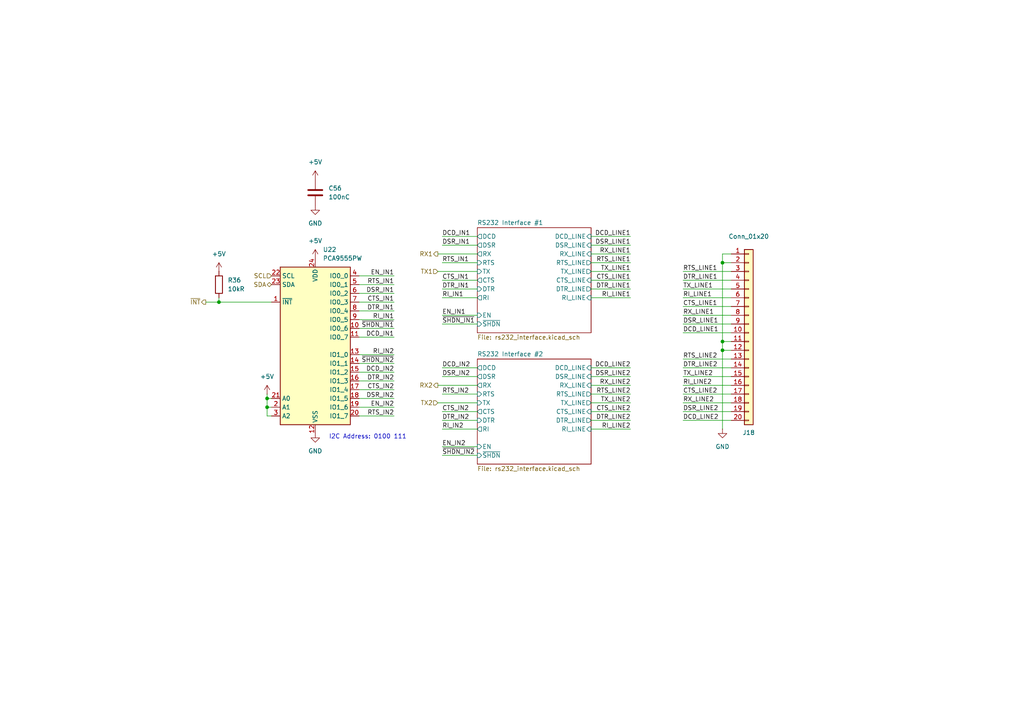
<source format=kicad_sch>
(kicad_sch (version 20250114) (generator "eeschema") (generator_version "9.0")
  (paper "A4")
  (lib_symbols
    (symbol "Connector_Generic:Conn_01x20" (pin_names (offset 1.016) (hide yes))
      (property "Reference" "J" (at 0 25.4 0))
      (property "Value" "Conn_01x20" (at 0 -27.94 0))
      (symbol "Conn_01x20_1_1"
        (rectangle (start -1.27 24.13) (end 1.27 -26.67) (stroke (width 0.254)) (fill (type background)))
        (rectangle (start -1.27 22.987) (end 0 22.733) (stroke (width 0.1524)))
        (rectangle (start -1.27 20.447) (end 0 20.193) (stroke (width 0.1524)))
        (rectangle (start -1.27 17.907) (end 0 17.653) (stroke (width 0.1524)))
        (rectangle (start -1.27 15.367) (end 0 15.113) (stroke (width 0.1524)))
        (rectangle (start -1.27 12.827) (end 0 12.573) (stroke (width 0.1524)))
        (rectangle (start -1.27 10.287) (end 0 10.033) (stroke (width 0.1524)))
        (rectangle (start -1.27 7.747) (end 0 7.493) (stroke (width 0.1524)))
        (rectangle (start -1.27 5.207) (end 0 4.953) (stroke (width 0.1524)))
        (rectangle (start -1.27 2.667) (end 0 2.413) (stroke (width 0.1524)))
        (rectangle (start -1.27 0.127) (end 0 -0.127) (stroke (width 0.1524)))
        (rectangle (start -1.27 -2.413) (end 0 -2.667) (stroke (width 0.1524)))
        (rectangle (start -1.27 -4.953) (end 0 -5.207) (stroke (width 0.1524)))
        (rectangle (start -1.27 -7.493) (end 0 -7.747) (stroke (width 0.1524)))
        (rectangle (start -1.27 -10.033) (end 0 -10.287) (stroke (width 0.1524)))
        (rectangle (start -1.27 -12.573) (end 0 -12.827) (stroke (width 0.1524)))
        (rectangle (start -1.27 -15.113) (end 0 -15.367) (stroke (width 0.1524)))
        (rectangle (start -1.27 -17.653) (end 0 -17.907) (stroke (width 0.1524)))
        (rectangle (start -1.27 -20.193) (end 0 -20.447) (stroke (width 0.1524)))
        (rectangle (start -1.27 -22.733) (end 0 -22.987) (stroke (width 0.1524)))
        (rectangle (start -1.27 -25.273) (end 0 -25.527) (stroke (width 0.1524)))
        (pin passive line (at -5.08 22.86 0) (length 3.81) (name "Pin_1") (number "1"))
        (pin passive line (at -5.08 20.32 0) (length 3.81) (name "Pin_2") (number "2"))
        (pin passive line (at -5.08 17.78 0) (length 3.81) (name "Pin_3") (number "3"))
        (pin passive line (at -5.08 15.24 0) (length 3.81) (name "Pin_4") (number "4"))
        (pin passive line (at -5.08 12.7 0) (length 3.81) (name "Pin_5") (number "5"))
        (pin passive line (at -5.08 10.16 0) (length 3.81) (name "Pin_6") (number "6"))
        (pin passive line (at -5.08 7.62 0) (length 3.81) (name "Pin_7") (number "7"))
        (pin passive line (at -5.08 5.08 0) (length 3.81) (name "Pin_8") (number "8"))
        (pin passive line (at -5.08 2.54 0) (length 3.81) (name "Pin_9") (number "9"))
        (pin passive line (at -5.08 0 0) (length 3.81) (name "Pin_10") (number "10"))
        (pin passive line (at -5.08 -2.54 0) (length 3.81) (name "Pin_11") (number "11"))
        (pin passive line (at -5.08 -5.08 0) (length 3.81) (name "Pin_12") (number "12"))
        (pin passive line (at -5.08 -7.62 0) (length 3.81) (name "Pin_13") (number "13"))
        (pin passive line (at -5.08 -10.16 0) (length 3.81) (name "Pin_14") (number "14"))
        (pin passive line (at -5.08 -12.7 0) (length 3.81) (name "Pin_15") (number "15"))
        (pin passive line (at -5.08 -15.24 0) (length 3.81) (name "Pin_16") (number "16"))
        (pin passive line (at -5.08 -17.78 0) (length 3.81) (name "Pin_17") (number "17"))
        (pin passive line (at -5.08 -20.32 0) (length 3.81) (name "Pin_18") (number "18"))
        (pin passive line (at -5.08 -22.86 0) (length 3.81) (name "Pin_19") (number "19"))
        (pin passive line (at -5.08 -25.4 0) (length 3.81) (name "Pin_20") (number "20"))
      )
    )
    (symbol "Device:C" (pin_numbers (hide yes)) (pin_names (offset 0.254))
      (property "Reference" "C" (at 0.635 2.54 0))
      (property "Value" "C" (at 0.635 -2.54 0))
      (symbol "C_0_1"
        (polyline (pts (xy -2.032 0.762) (xy 2.032 0.762)) (stroke (width 0.508)))
        (polyline (pts (xy -2.032 -0.762) (xy 2.032 -0.762)) (stroke (width 0.508)))
      )
      (symbol "C_1_1"
        (pin passive line (at 0 3.81 270) (length 2.794) (name "~") (number "1"))
        (pin passive line (at 0 -3.81 90) (length 2.794) (name "~") (number "2"))
      )
    )
    (symbol "Device:R" (pin_numbers (hide yes)) (pin_names (offset 0))
      (property "Reference" "R" (at 2.032 0 90))
      (property "Value" "R" (at 0 0 90))
      (symbol "R_0_1"
        (rectangle (start -1.016 -2.54) (end 1.016 2.54) (stroke (width 0.254)))
      )
      (symbol "R_1_1"
        (pin passive line (at 0 3.81 270) (length 1.27) (name "~") (number "1"))
        (pin passive line (at 0 -3.81 90) (length 1.27) (name "~") (number "2"))
      )
    )
    (symbol "Interface_Expansion:PCA9555PW"
      (property "Reference" "U" (at -8.89 24.13 0))
      (property "Value" "PCA9555PW" (at 6.35 24.13 0))
      (symbol "PCA9555PW_0_1"
        (rectangle (start -10.16 22.86) (end 10.16 -22.86) (stroke (width 0.254)) (fill (type background)))
      )
      (symbol "PCA9555PW_1_1"
        (pin input line (at -12.7 20.32 0) (length 2.54) (name "SCL") (number "22"))
        (pin bidirectional line (at -12.7 17.78 0) (length 2.54) (name "SDA") (number "23"))
        (pin open_collector line (at -12.7 12.7 0) (length 2.54) (name "~{INT}") (number "1"))
        (pin input line (at -12.7 -15.24 0) (length 2.54) (name "A0") (number "21"))
        (pin input line (at -12.7 -17.78 0) (length 2.54) (name "A1") (number "2"))
        (pin input line (at -12.7 -20.32 0) (length 2.54) (name "A2") (number "3"))
        (pin power_in line (at 0 25.4 270) (length 2.54) (name "VDD") (number "24"))
        (pin power_in line (at 0 -25.4 90) (length 2.54) (name "VSS") (number "12"))
        (pin bidirectional line (at 12.7 20.32 180) (length 2.54) (name "IO0_0") (number "4"))
        (pin bidirectional line (at 12.7 17.78 180) (length 2.54) (name "IO0_1") (number "5"))
        (pin bidirectional line (at 12.7 15.24 180) (length 2.54) (name "IO0_2") (number "6"))
        (pin bidirectional line (at 12.7 12.7 180) (length 2.54) (name "IO0_3") (number "7"))
        (pin bidirectional line (at 12.7 10.16 180) (length 2.54) (name "IO0_4") (number "8"))
        (pin bidirectional line (at 12.7 7.62 180) (length 2.54) (name "IO0_5") (number "9"))
        (pin bidirectional line (at 12.7 5.08 180) (length 2.54) (name "IO0_6") (number "10"))
        (pin bidirectional line (at 12.7 2.54 180) (length 2.54) (name "IO0_7") (number "11"))
        (pin bidirectional line (at 12.7 -2.54 180) (length 2.54) (name "IO1_0") (number "13"))
        (pin bidirectional line (at 12.7 -5.08 180) (length 2.54) (name "IO1_1") (number "14"))
        (pin bidirectional line (at 12.7 -7.62 180) (length 2.54) (name "IO1_2") (number "15"))
        (pin bidirectional line (at 12.7 -10.16 180) (length 2.54) (name "IO1_3") (number "16"))
        (pin bidirectional line (at 12.7 -12.7 180) (length 2.54) (name "IO1_4") (number "17"))
        (pin bidirectional line (at 12.7 -15.24 180) (length 2.54) (name "IO1_5") (number "18"))
        (pin bidirectional line (at 12.7 -17.78 180) (length 2.54) (name "IO1_6") (number "19"))
        (pin bidirectional line (at 12.7 -20.32 180) (length 2.54) (name "IO1_7") (number "20"))
      )
    )
    (symbol "power:+5V" (power) (pin_numbers (hide yes)) (pin_names (offset 0) (hide yes))
      (property "Value" "+5V" (at 0 3.556 0))
      (symbol "+5V_0_1"
        (polyline (pts (xy -0.762 1.27) (xy 0 2.54)))
        (polyline (pts (xy 0 2.54) (xy 0.762 1.27)))
        (polyline (pts (xy 0 0) (xy 0 2.54)))
      )
      (symbol "+5V_1_1"
        (pin power_in line (at 0 0 90) (length 0) (name "~") (number "1"))
      )
    )
    (symbol "power:GND" (power) (pin_numbers (hide yes)) (pin_names (offset 0) (hide yes))
      (property "Value" "GND" (at 0 -3.81 0))
      (symbol "GND_0_1"
        (polyline (pts (xy 0 0) (xy 0 -1.27) (xy 1.27 -1.27) (xy 0 -2.54) (xy -1.27 -1.27) (xy 0 -1.27)))
      )
      (symbol "GND_1_1"
        (pin power_in line (at 0 0 270) (length 0) (name "~") (number "1"))
      )
    )
  )
  (text "I2C Address: 0100 111" (at 106.68 126.746 0) (effects (font (size 1.27 1.27))))
  (junction (at 63.5 87.63))
  (junction (at 77.47 115.57))
  (junction (at 209.55 99.06))
  (junction (at 77.47 118.11))
  (junction (at 209.55 101.6))
  (junction (at 209.55 76.2))
  (wire (pts (xy 198.12 81.28) (xy 212.09 81.28)))
  (wire (pts (xy 128.27 114.3) (xy 138.43 114.3)))
  (wire (pts (xy 104.14 82.55) (xy 114.3 82.55)))
  (wire (pts (xy 128.27 106.68) (xy 138.43 106.68)))
  (wire (pts (xy 128.27 119.38) (xy 138.43 119.38)))
  (wire (pts (xy 198.12 91.44) (xy 212.09 91.44)))
  (wire (pts (xy 128.27 91.44) (xy 138.43 91.44)))
  (wire (pts (xy 128.27 93.98) (xy 138.43 93.98)))
  (wire (pts (xy 198.12 116.84) (xy 212.09 116.84)))
  (wire (pts (xy 198.12 104.14) (xy 212.09 104.14)))
  (wire (pts (xy 209.55 76.2) (xy 212.09 76.2)))
  (wire (pts (xy 212.09 73.66) (xy 209.55 73.66)))
  (wire (pts (xy 128.27 76.2) (xy 138.43 76.2)))
  (wire (pts (xy 128.27 129.54) (xy 138.43 129.54)))
  (wire (pts (xy 128.27 124.46) (xy 138.43 124.46)))
  (wire (pts (xy 77.47 118.11) (xy 77.47 120.65)))
  (wire (pts (xy 63.5 86.36) (xy 63.5 87.63)))
  (wire (pts (xy 171.45 83.82) (xy 182.88 83.82)))
  (wire (pts (xy 77.47 120.65) (xy 78.74 120.65)))
  (wire (pts (xy 171.45 114.3) (xy 182.88 114.3)))
  (wire (pts (xy 59.69 87.63) (xy 63.5 87.63)))
  (wire (pts (xy 198.12 109.22) (xy 212.09 109.22)))
  (wire (pts (xy 104.14 85.09) (xy 114.3 85.09)))
  (wire (pts (xy 104.14 118.11) (xy 114.3 118.11)))
  (wire (pts (xy 171.45 68.58) (xy 182.88 68.58)))
  (wire (pts (xy 209.55 76.2) (xy 209.55 99.06)))
  (wire (pts (xy 104.14 120.65) (xy 114.3 120.65)))
  (wire (pts (xy 104.14 102.87) (xy 114.3 102.87)))
  (wire (pts (xy 198.12 86.36) (xy 212.09 86.36)))
  (wire (pts (xy 171.45 116.84) (xy 182.88 116.84)))
  (wire (pts (xy 209.55 73.66) (xy 209.55 76.2)))
  (wire (pts (xy 77.47 118.11) (xy 78.74 118.11)))
  (wire (pts (xy 104.14 115.57) (xy 114.3 115.57)))
  (wire (pts (xy 212.09 99.06) (xy 209.55 99.06)))
  (wire (pts (xy 104.14 90.17) (xy 114.3 90.17)))
  (wire (pts (xy 128.27 121.92) (xy 138.43 121.92)))
  (wire (pts (xy 77.47 114.3) (xy 77.47 115.57)))
  (wire (pts (xy 198.12 111.76) (xy 212.09 111.76)))
  (wire (pts (xy 104.14 87.63) (xy 114.3 87.63)))
  (wire (pts (xy 209.55 99.06) (xy 209.55 101.6)))
  (wire (pts (xy 171.45 81.28) (xy 182.88 81.28)))
  (wire (pts (xy 198.12 96.52) (xy 212.09 96.52)))
  (wire (pts (xy 171.45 76.2) (xy 182.88 76.2)))
  (wire (pts (xy 128.27 71.12) (xy 138.43 71.12)))
  (wire (pts (xy 127 111.76) (xy 138.43 111.76)))
  (wire (pts (xy 104.14 105.41) (xy 114.3 105.41)))
  (wire (pts (xy 104.14 110.49) (xy 114.3 110.49)))
  (wire (pts (xy 171.45 124.46) (xy 182.88 124.46)))
  (wire (pts (xy 171.45 109.22) (xy 182.88 109.22)))
  (wire (pts (xy 128.27 109.22) (xy 138.43 109.22)))
  (wire (pts (xy 171.45 106.68) (xy 182.88 106.68)))
  (wire (pts (xy 104.14 95.25) (xy 114.3 95.25)))
  (wire (pts (xy 171.45 119.38) (xy 182.88 119.38)))
  (wire (pts (xy 63.5 87.63) (xy 78.74 87.63)))
  (wire (pts (xy 212.09 101.6) (xy 209.55 101.6)))
  (wire (pts (xy 77.47 115.57) (xy 78.74 115.57)))
  (wire (pts (xy 104.14 80.01) (xy 114.3 80.01)))
  (wire (pts (xy 198.12 78.74) (xy 212.09 78.74)))
  (wire (pts (xy 171.45 111.76) (xy 182.88 111.76)))
  (wire (pts (xy 104.14 107.95) (xy 114.3 107.95)))
  (wire (pts (xy 171.45 121.92) (xy 182.88 121.92)))
  (wire (pts (xy 128.27 83.82) (xy 138.43 83.82)))
  (wire (pts (xy 77.47 115.57) (xy 77.47 118.11)))
  (wire (pts (xy 198.12 114.3) (xy 212.09 114.3)))
  (wire (pts (xy 104.14 113.03) (xy 114.3 113.03)))
  (wire (pts (xy 198.12 93.98) (xy 212.09 93.98)))
  (wire (pts (xy 198.12 121.92) (xy 212.09 121.92)))
  (wire (pts (xy 127 116.84) (xy 138.43 116.84)))
  (wire (pts (xy 171.45 78.74) (xy 182.88 78.74)))
  (wire (pts (xy 171.45 71.12) (xy 182.88 71.12)))
  (wire (pts (xy 104.14 97.79) (xy 114.3 97.79)))
  (wire (pts (xy 171.45 86.36) (xy 182.88 86.36)))
  (wire (pts (xy 127 73.66) (xy 138.43 73.66)))
  (wire (pts (xy 128.27 86.36) (xy 138.43 86.36)))
  (wire (pts (xy 198.12 106.68) (xy 212.09 106.68)))
  (wire (pts (xy 128.27 132.08) (xy 138.43 132.08)))
  (wire (pts (xy 171.45 73.66) (xy 182.88 73.66)))
  (wire (pts (xy 128.27 81.28) (xy 138.43 81.28)))
  (wire (pts (xy 198.12 88.9) (xy 212.09 88.9)))
  (wire (pts (xy 198.12 83.82) (xy 212.09 83.82)))
  (wire (pts (xy 104.14 92.71) (xy 114.3 92.71)))
  (wire (pts (xy 128.27 68.58) (xy 138.43 68.58)))
  (wire (pts (xy 127 78.74) (xy 138.43 78.74)))
  (wire (pts (xy 198.12 119.38) (xy 212.09 119.38)))
  (wire (pts (xy 209.55 101.6) (xy 209.55 124.46)))
  (label "DTR_IN1" (at 128.27 83.82 0))
  (label "EN_IN1" (at 114.3 80.01 180))
  (label "RX_LINE1" (at 182.88 73.66 180))
  (label "EN_IN2" (at 114.3 118.11 180))
  (label "RI_LINE2" (at 198.12 111.76 0))
  (label "DCD_IN1" (at 114.3 97.79 180))
  (label "RTS_LINE1" (at 198.12 78.74 0))
  (label "RI_LINE2" (at 182.88 124.46 180))
  (label "DTR_IN2" (at 128.27 121.92 0))
  (label "RTS_IN2" (at 128.27 114.3 0))
  (label "DSR_LINE1" (at 198.12 93.98 0))
  (label "DSR_IN1" (at 128.27 71.12 0))
  (label "DSR_LINE2" (at 198.12 119.38 0))
  (label "RTS_IN1" (at 114.3 82.55 180))
  (label "RTS_IN2" (at 114.3 120.65 180))
  (label "TX_LINE2" (at 182.88 116.84 180))
  (label "RTS_LINE2" (at 198.12 104.14 0))
  (label "DCD_LINE1" (at 198.12 96.52 0))
  (label "~{SHDN_IN2}" (at 128.27 132.08 0))
  (label "DTR_IN2" (at 114.3 110.49 180))
  (label "DTR_LINE1" (at 198.12 81.28 0))
  (label "DTR_LINE1" (at 182.88 83.82 180))
  (label "EN_IN1" (at 128.27 91.44 0))
  (label "DSR_LINE1" (at 182.88 71.12 180))
  (label "CTS_IN2" (at 114.3 113.03 180))
  (label "CTS_IN1" (at 114.3 87.63 180))
  (label "DCD_LINE1" (at 182.88 68.58 180))
  (label "DSR_IN2" (at 114.3 115.57 180))
  (label "TX_LINE1" (at 182.88 78.74 180))
  (label "DCD_IN1" (at 128.27 68.58 0))
  (label "RI_IN2" (at 128.27 124.46 0))
  (label "CTS_LINE2" (at 182.88 119.38 180))
  (label "CTS_LINE1" (at 182.88 81.28 180))
  (label "RX_LINE1" (at 198.12 91.44 0))
  (label "TX_LINE2" (at 198.12 109.22 0))
  (label "CTS_LINE1" (at 198.12 88.9 0))
  (label "CTS_LINE2" (at 198.12 114.3 0))
  (label "RX_LINE2" (at 182.88 111.76 180))
  (label "DCD_LINE2" (at 182.88 106.68 180))
  (label "RI_IN1" (at 114.3 92.71 180))
  (label "DCD_LINE2" (at 198.12 121.92 0))
  (label "RTS_LINE1" (at 182.88 76.2 180))
  (label "DSR_LINE2" (at 182.88 109.22 180))
  (label "DSR_IN2" (at 128.27 109.22 0))
  (label "RTS_IN1" (at 128.27 76.2 0))
  (label "EN_IN2" (at 128.27 129.54 0))
  (label "~{SHDN_IN1}" (at 128.27 93.98 0))
  (label "DSR_IN1" (at 114.3 85.09 180))
  (label "DTR_IN1" (at 114.3 90.17 180))
  (label "DCD_IN2" (at 128.27 106.68 0))
  (label "~{SHDN_IN1}" (at 114.3 95.25 180))
  (label "DCD_IN2" (at 114.3 107.95 180))
  (label "RI_IN2" (at 114.3 102.87 180))
  (label "RI_LINE1" (at 198.12 86.36 0))
  (label "CTS_IN1" (at 128.27 81.28 0))
  (label "CTS_IN2" (at 128.27 119.38 0))
  (label "DTR_LINE2" (at 182.88 121.92 180))
  (label "RI_LINE1" (at 182.88 86.36 180))
  (label "RI_IN1" (at 128.27 86.36 0))
  (label "RX_LINE2" (at 198.12 116.84 0))
  (label "TX_LINE1" (at 198.12 83.82 0))
  (label "~{SHDN_IN2}" (at 114.3 105.41 180))
  (label "DTR_LINE2" (at 198.12 106.68 0))
  (label "RTS_LINE2" (at 182.88 114.3 180))
  (hierarchical_label "SDA" (shape bidirectional) (at 78.74 82.55 180))
  (hierarchical_label "SCL" (shape input) (at 78.74 80.01 180))
  (hierarchical_label "RX1" (shape output) (at 127 73.66 180))
  (hierarchical_label "RX2" (shape output) (at 127 111.76 180))
  (hierarchical_label "TX2" (shape input) (at 127 116.84 180))
  (hierarchical_label "~{INT}" (shape output) (at 59.69 87.63 180))
  (hierarchical_label "TX1" (shape input) (at 127 78.74 180))
  (symbol (lib_id "Connector_Generic:Conn_01x20") (at 217.17 96.52 0) (unit 1)
    (property "Reference" "J18" (at 217.17 125.476 0))
    (property "Value" "Conn_01x20" (at 217.17 68.58 0))
    (property "Footprint" "Connector_FFC-FPC:TE_2-84952-0_1x20-1MP_P1.0mm_Horizontal" (effects (hide yes)))
    (property "Datasheet" "https://www.lcsc.com/datasheet/lcsc_datasheet_2309211458_HCTL-CT10252-20R-00-D_C18198043.pdf" (effects (hide yes)))
    (property "Description" "Generic connector, single row, 01x20, script generated (kicad-library-utils/schlib/autogen/connector/)" (effects (hide yes)))
    (property "MPN" "CT10252-20R-00-D" (effects (hide yes)))
    (property "Status" "OK" (effects (hide yes)))
  )
  (symbol (lib_id "Device:C") (at 91.44 55.88 0) (unit 1)
    (property "Reference" "C56" (at 95.25 54.6099 0) (effects (justify left)))
    (property "Value" "100nC" (at 95.25 57.1499 0) (effects (justify left)))
    (property "Footprint" "Capacitor_SMD:C_0805_2012Metric" (effects (hide yes)))
    (property "Datasheet" "https://www.lcsc.com/datasheet/lcsc_datasheet_2304140030_KEMET-C0805F104K5RACAUTO_C141162.pdf" (effects (hide yes)))
    (property "Description" "Unpolarized capacitor" (effects (hide yes)))
    (property "Status" "OK" (effects (hide yes)))
    (property "MPN" "C0805F104K5RACAUTO" (effects (hide yes)))
  )
  (symbol (lib_id "Interface_Expansion:PCA9555PW") (at 91.44 100.33 0) (unit 1)
    (property "Reference" "U22" (at 93.6341 72.39 0) (effects (justify left)))
    (property "Value" "PCA9555PW" (at 93.6341 74.93 0) (effects (justify left)))
    (property "Footprint" "Package_SO:TSSOP-24_4.4x7.8mm_P0.65mm" (effects (hide yes)))
    (property "Datasheet" "https://www.nxp.com/docs/en/data-sheet/PCA9555.pdf" (effects (hide yes)))
    (property "Description" "IO expander 16 GPIO, I2C 400kHz, Interrupt, 2.3 - 5.5V, TSSOP-24" (effects (hide yes)))
    (property "MPN" "PCA9555PW,118" (effects (hide yes)))
    (property "Status" "OK" (effects (hide yes)))
  )
  (symbol (lib_id "power:+5V") (at 77.47 114.3 0) (unit 1)
    (property "Reference" "#PWR0266" (effects (hide yes)))
    (property "Value" "+5V" (at 77.47 109.22 0))
    (property "Description" "Power symbol creates a global label with name \"+5V\"" (effects (hide yes)))
  )
  (symbol (lib_id "power:+5V") (at 63.5 78.74 0) (unit 1)
    (property "Reference" "#PWR0264" (effects (hide yes)))
    (property "Value" "+5V" (at 63.5 73.66 0))
    (property "Description" "Power symbol creates a global label with name \"+5V\"" (effects (hide yes)))
  )
  (symbol (lib_id "power:GND") (at 209.55 124.46 0) (unit 1)
    (property "Reference" "#PWR0263" (effects (hide yes)))
    (property "Value" "GND" (at 209.55 129.54 0))
    (property "Description" "Power symbol creates a global label with name \"GND\" , ground" (effects (hide yes)))
  )
  (symbol (lib_id "power:GND") (at 91.44 59.69 0) (unit 1)
    (property "Reference" "#PWR0268" (effects (hide yes)))
    (property "Value" "GND" (at 91.44 64.77 0))
    (property "Description" "Power symbol creates a global label with name \"GND\" , ground" (effects (hide yes)))
  )
  (symbol (lib_id "power:+5V") (at 91.44 52.07 0) (unit 1)
    (property "Reference" "#PWR0269" (effects (hide yes)))
    (property "Value" "+5V" (at 91.44 46.99 0))
    (property "Description" "Power symbol creates a global label with name \"+5V\"" (effects (hide yes)))
  )
  (symbol (lib_id "power:+5V") (at 91.44 74.93 0) (unit 1)
    (property "Reference" "#PWR0267" (effects (hide yes)))
    (property "Value" "+5V" (at 91.44 69.85 0))
    (property "Description" "Power symbol creates a global label with name \"+5V\"" (effects (hide yes)))
  )
  (symbol (lib_id "power:GND") (at 91.44 125.73 0) (unit 1)
    (property "Reference" "#PWR0265" (effects (hide yes)))
    (property "Value" "GND" (at 91.44 130.81 0))
    (property "Description" "Power symbol creates a global label with name \"GND\" , ground" (effects (hide yes)))
  )
  (symbol (lib_id "Device:R") (at 63.5 82.55 180) (unit 1)
    (property "Reference" "R36" (at 66.04 81.2799 0) (effects (justify right)))
    (property "Value" "10kR" (at 66.04 83.8199 0) (effects (justify right)))
    (property "Footprint" "Resistor_SMD:R_0805_2012Metric" (effects (hide yes)))
    (property "Datasheet" "https://www.lcsc.com/datasheet/lcsc_datasheet_1810171610_YAGEO-RC0805JR-0710KL_C100047.pdf" (effects (hide yes)))
    (property "Description" "Resistor" (effects (hide yes)))
    (property "Status" "OK" (effects (hide yes)))
    (property "MPN" "RC0805JR-0710KL" (effects (hide yes)))
  )
  (sheet (at 138.43 66.04) (size 33.02 30.48) (stroke (width 0.1524))
    (property "Sheetname" "RS232 Interface #1" (at 138.43 65.3284 0) (effects (justify left bottom)))
    (property "Sheetfile" "rs232_interface.kicad_sch" (at 138.43 97.1046 0) (effects (justify left top)))
    (pin "CTS" output (at 138.43 81.28 180))
    (pin "CTS_LINE" input (at 171.45 81.28 0))
    (pin "DCD" output (at 138.43 68.58 180))
    (pin "DCD_LINE" input (at 171.45 68.58 0))
    (pin "DSR" output (at 138.43 71.12 180))
    (pin "DSR_LINE" input (at 171.45 71.12 0))
    (pin "DTR" input (at 138.43 83.82 180))
    (pin "DTR_LINE" output (at 171.45 83.82 0))
    (pin "EN" input (at 138.43 91.44 180))
    (pin "RI" output (at 138.43 86.36 180))
    (pin "RI_LINE" input (at 171.45 86.36 0))
    (pin "RTS" input (at 138.43 76.2 180))
    (pin "RTS_LINE" output (at 171.45 76.2 0))
    (pin "RX" output (at 138.43 73.66 180))
    (pin "RX_LINE" input (at 171.45 73.66 0))
    (pin "TX" input (at 138.43 78.74 180))
    (pin "TX_LINE" output (at 171.45 78.74 0))
    (pin "~{SHDN}" input (at 138.43 93.98 180))
  )
  (sheet (at 138.43 104.14) (size 33.02 30.48) (stroke (width 0.1524))
    (property "Sheetname" "RS232 Interface #2" (at 138.43 103.4284 0) (effects (justify left bottom)))
    (property "Sheetfile" "rs232_interface.kicad_sch" (at 138.43 135.2046 0) (effects (justify left top)))
    (pin "CTS" output (at 138.43 119.38 180))
    (pin "CTS_LINE" input (at 171.45 119.38 0))
    (pin "DCD" output (at 138.43 106.68 180))
    (pin "DCD_LINE" input (at 171.45 106.68 0))
    (pin "DSR" output (at 138.43 109.22 180))
    (pin "DSR_LINE" input (at 171.45 109.22 0))
    (pin "DTR" input (at 138.43 121.92 180))
    (pin "DTR_LINE" output (at 171.45 121.92 0))
    (pin "EN" input (at 138.43 129.54 180))
    (pin "RI" output (at 138.43 124.46 180))
    (pin "RI_LINE" input (at 171.45 124.46 0))
    (pin "RTS" input (at 138.43 114.3 180))
    (pin "RTS_LINE" output (at 171.45 114.3 0))
    (pin "RX" output (at 138.43 111.76 180))
    (pin "RX_LINE" input (at 171.45 111.76 0))
    (pin "TX" input (at 138.43 116.84 180))
    (pin "TX_LINE" output (at 171.45 116.84 0))
    (pin "~{SHDN}" input (at 138.43 132.08 180))
  )
)
</source>
